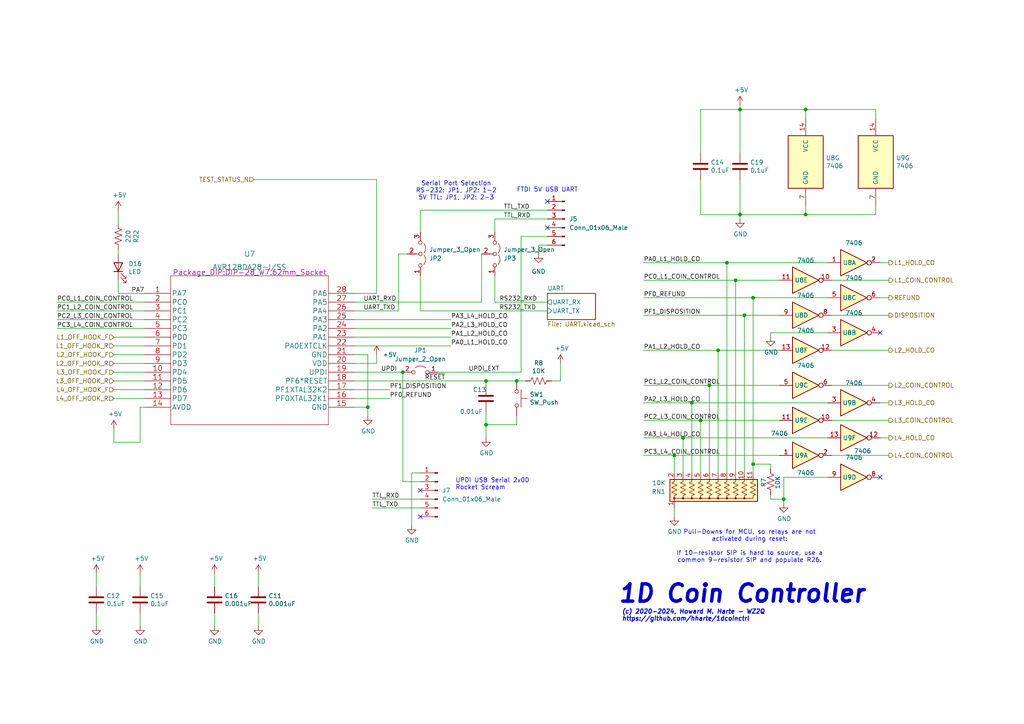
<source format=kicad_sch>
(kicad_sch (version 20231120) (generator "eeschema") (generator_version "8.0")
  (paper "A4")
  (title_block (title "1D Coin Controller - Microcontroller") (date "2024-03-10") (rev "4"))
  (lib_symbols
    (symbol "74xx:74LS06" (pin_names (offset 1.016))
      (property "Reference" "U" (at 0 1.27 0))
      (property "Value" "74LS06" (at 0 -1.27 0))
      (symbol "74LS06_1_0"
        (polyline (pts (xy -3.81 3.81) (xy -3.81 -3.81) (xy 3.81 0) (xy -3.81 3.81)) (stroke (width 0.254)) (fill (type background)))
        (pin input line (at -7.62 0 0) (length 3.81) (name "~") (number "1"))
        (pin open_collector inverted (at 7.62 0 180) (length 3.81) (name "~") (number "2"))
      )
      (symbol "74LS06_2_0"
        (polyline (pts (xy -3.81 3.81) (xy -3.81 -3.81) (xy 3.81 0) (xy -3.81 3.81)) (stroke (width 0.254)) (fill (type background)))
        (pin input line (at -7.62 0 0) (length 3.81) (name "~") (number "3"))
        (pin open_collector inverted (at 7.62 0 180) (length 3.81) (name "~") (number "4"))
      )
      (symbol "74LS06_3_0"
        (polyline (pts (xy -3.81 3.81) (xy -3.81 -3.81) (xy 3.81 0) (xy -3.81 3.81)) (stroke (width 0.254)) (fill (type background)))
        (pin input line (at -7.62 0 0) (length 3.81) (name "~") (number "5"))
        (pin open_collector inverted (at 7.62 0 180) (length 3.81) (name "~") (number "6"))
      )
      (symbol "74LS06_4_0"
        (polyline (pts (xy -3.81 3.81) (xy -3.81 -3.81) (xy 3.81 0) (xy -3.81 3.81)) (stroke (width 0.254)) (fill (type background)))
        (pin open_collector inverted (at 7.62 0 180) (length 3.81) (name "~") (number "8"))
        (pin input line (at -7.62 0 0) (length 3.81) (name "~") (number "9"))
      )
      (symbol "74LS06_5_0"
        (polyline (pts (xy -3.81 3.81) (xy -3.81 -3.81) (xy 3.81 0) (xy -3.81 3.81)) (stroke (width 0.254)) (fill (type background)))
        (pin open_collector inverted (at 7.62 0 180) (length 3.81) (name "~") (number "10"))
        (pin input line (at -7.62 0 0) (length 3.81) (name "~") (number "11"))
      )
      (symbol "74LS06_6_0"
        (polyline (pts (xy -3.81 3.81) (xy -3.81 -3.81) (xy 3.81 0) (xy -3.81 3.81)) (stroke (width 0.254)) (fill (type background)))
        (pin open_collector inverted (at 7.62 0 180) (length 3.81) (name "~") (number "12"))
        (pin input line (at -7.62 0 0) (length 3.81) (name "~") (number "13"))
      )
      (symbol "74LS06_7_0"
        (pin power_in line (at 0 12.7 270) (length 5.08) (name "VCC") (number "14"))
        (pin power_in line (at 0 -12.7 90) (length 5.08) (name "GND") (number "7"))
      )
      (symbol "74LS06_7_1"
        (rectangle (start -5.08 7.62) (end 5.08 -7.62) (stroke (width 0.254)) (fill (type background)))
      )
    )
    (symbol "74xx:74LS06N" (pin_names (offset 1.016))
      (property "Reference" "U" (at 0 1.27 0))
      (property "Value" "74LS06N" (at 0 -1.27 0))
      (symbol "74LS06N_1_0"
        (polyline (pts (xy -3.81 3.81) (xy -3.81 -3.81) (xy 3.81 0) (xy -3.81 3.81)) (stroke (width 0.254)) (fill (type background)))
        (pin input line (at -7.62 0 0) (length 3.81) (name "~") (number "1"))
        (pin open_collector inverted (at 7.62 0 180) (length 3.81) (name "~") (number "2"))
      )
      (symbol "74LS06N_2_0"
        (polyline (pts (xy -3.81 3.81) (xy -3.81 -3.81) (xy 3.81 0) (xy -3.81 3.81)) (stroke (width 0.254)) (fill (type background)))
        (pin input line (at -7.62 0 0) (length 3.81) (name "~") (number "3"))
        (pin open_collector inverted (at 7.62 0 180) (length 3.81) (name "~") (number "4"))
      )
      (symbol "74LS06N_3_0"
        (polyline (pts (xy -3.81 3.81) (xy -3.81 -3.81) (xy 3.81 0) (xy -3.81 3.81)) (stroke (width 0.254)) (fill (type background)))
        (pin input line (at -7.62 0 0) (length 3.81) (name "~") (number "5"))
        (pin open_collector inverted (at 7.62 0 180) (length 3.81) (name "~") (number "6"))
      )
      (symbol "74LS06N_4_0"
        (polyline (pts (xy -3.81 3.81) (xy -3.81 -3.81) (xy 3.81 0) (xy -3.81 3.81)) (stroke (width 0.254)) (fill (type background)))
        (pin open_collector inverted (at 7.62 0 180) (length 3.81) (name "~") (number "8"))
        (pin input line (at -7.62 0 0) (length 3.81) (name "~") (number "9"))
      )
      (symbol "74LS06N_5_0"
        (polyline (pts (xy -3.81 3.81) (xy -3.81 -3.81) (xy 3.81 0) (xy -3.81 3.81)) (stroke (width 0.254)) (fill (type background)))
        (pin open_collector inverted (at 7.62 0 180) (length 3.81) (name "~") (number "10"))
        (pin input line (at -7.62 0 0) (length 3.81) (name "~") (number "11"))
      )
      (symbol "74LS06N_6_0"
        (polyline (pts (xy -3.81 3.81) (xy -3.81 -3.81) (xy 3.81 0) (xy -3.81 3.81)) (stroke (width 0.254)) (fill (type background)))
        (pin open_collector inverted (at 7.62 0 180) (length 3.81) (name "~") (number "12"))
        (pin input line (at -7.62 0 0) (length 3.81) (name "~") (number "13"))
      )
      (symbol "74LS06N_7_0"
        (pin power_in line (at 0 12.7 270) (length 5.08) (name "VCC") (number "14"))
        (pin power_in line (at 0 -12.7 90) (length 5.08) (name "GND") (number "7"))
      )
      (symbol "74LS06N_7_1"
        (rectangle (start -5.08 7.62) (end 5.08 -7.62) (stroke (width 0.254)) (fill (type background)))
      )
    )
    (symbol "AVR128DA28:AVR128DA28-I{brace}slash}SS" (pin_names (offset 0.254))
      (property "Reference" "U" (at 30.48 10.16 0))
      (property "Value" "AVR128DA28-I{brace}slash}SS" (at 30.48 7.62 0))
      (symbol "AVR128DA28-I{brace}slash}SS_1_1"
        (polyline (pts (xy 7.62 -38.1) (xy 53.34 -38.1)) (stroke (width 0.127)))
        (polyline (pts (xy 7.62 5.08) (xy 7.62 -38.1)) (stroke (width 0.127)))
        (polyline (pts (xy 53.34 -38.1) (xy 53.34 5.08)) (stroke (width 0.127)))
        (polyline (pts (xy 53.34 5.08) (xy 7.62 5.08)) (stroke (width 0.127)))
        (pin bidirectional line (at 0 0 0) (length 7.62) (name "PA7") (number "1"))
        (pin bidirectional line (at 0 -22.86 0) (length 7.62) (name "PD4") (number "10"))
        (pin bidirectional line (at 0 -25.4 0) (length 7.62) (name "PD5") (number "11"))
        (pin bidirectional line (at 0 -27.94 0) (length 7.62) (name "PD6") (number "12"))
        (pin bidirectional line (at 0 -30.48 0) (length 7.62) (name "PD7") (number "13"))
        (pin power_in line (at 0 -33.02 0) (length 7.62) (name "AVDD") (number "14"))
        (pin power_in line (at 60.96 -33.02 180) (length 7.62) (name "GND") (number "15"))
        (pin bidirectional line (at 60.96 -30.48 180) (length 7.62) (name "PF0XTAL32K1") (number "16"))
        (pin bidirectional line (at 60.96 -27.94 180) (length 7.62) (name "PF1XTAL32K2") (number "17"))
        (pin bidirectional line (at 60.96 -25.4 180) (length 7.62) (name "PF6*RESET") (number "18"))
        (pin bidirectional line (at 60.96 -22.86 180) (length 7.62) (name "UPDI") (number "19"))
        (pin bidirectional line (at 0 -2.54 0) (length 7.62) (name "PC0") (number "2"))
        (pin power_in line (at 60.96 -20.32 180) (length 7.62) (name "VDD") (number "20"))
        (pin power_in line (at 60.96 -17.78 180) (length 7.62) (name "GND") (number "21"))
        (pin bidirectional line (at 60.96 -15.24 180) (length 7.62) (name "PA0EXTCLK") (number "22"))
        (pin bidirectional line (at 60.96 -12.7 180) (length 7.62) (name "PA1") (number "23"))
        (pin bidirectional line (at 60.96 -10.16 180) (length 7.62) (name "PA2") (number "24"))
        (pin bidirectional line (at 60.96 -7.62 180) (length 7.62) (name "PA3") (number "25"))
        (pin bidirectional line (at 60.96 -5.08 180) (length 7.62) (name "PA4") (number "26"))
        (pin bidirectional line (at 60.96 -2.54 180) (length 7.62) (name "PA5") (number "27"))
        (pin bidirectional line (at 60.96 0 180) (length 7.62) (name "PA6") (number "28"))
        (pin bidirectional line (at 0 -5.08 0) (length 7.62) (name "PC1") (number "3"))
        (pin bidirectional line (at 0 -7.62 0) (length 7.62) (name "PC2") (number "4"))
        (pin bidirectional line (at 0 -10.16 0) (length 7.62) (name "PC3") (number "5"))
        (pin bidirectional line (at 0 -12.7 0) (length 7.62) (name "PD0") (number "6"))
        (pin bidirectional line (at 0 -15.24 0) (length 7.62) (name "PD1") (number "7"))
        (pin bidirectional line (at 0 -17.78 0) (length 7.62) (name "PD2") (number "8"))
        (pin bidirectional line (at 0 -20.32 0) (length 7.62) (name "PD3") (number "9"))
      )
    )
    (symbol "Connector:Conn_01x06_Male" (pin_names (offset 1.016) hide)
      (property "Reference" "J" (at 0 7.62 0))
      (property "Value" "Conn_01x06_Male" (at 0 -10.16 0))
      (symbol "Conn_01x06_Male_1_1"
        (polyline (pts (xy 1.27 -7.62) (xy 0.8636 -7.62)) (stroke (width 0.1524)))
        (polyline (pts (xy 1.27 -5.08) (xy 0.8636 -5.08)) (stroke (width 0.1524)))
        (polyline (pts (xy 1.27 -2.54) (xy 0.8636 -2.54)) (stroke (width 0.1524)))
        (polyline (pts (xy 1.27 0) (xy 0.8636 0)) (stroke (width 0.1524)))
        (polyline (pts (xy 1.27 2.54) (xy 0.8636 2.54)) (stroke (width 0.1524)))
        (polyline (pts (xy 1.27 5.08) (xy 0.8636 5.08)) (stroke (width 0.1524)))
        (rectangle (start 0.8636 -7.493) (end 0 -7.747) (stroke (width 0.1524)) (fill (type outline)))
        (rectangle (start 0.8636 -4.953) (end 0 -5.207) (stroke (width 0.1524)) (fill (type outline)))
        (rectangle (start 0.8636 -2.413) (end 0 -2.667) (stroke (width 0.1524)) (fill (type outline)))
        (rectangle (start 0.8636 0.127) (end 0 -0.127) (stroke (width 0.1524)) (fill (type outline)))
        (rectangle (start 0.8636 2.667) (end 0 2.413) (stroke (width 0.1524)) (fill (type outline)))
        (rectangle (start 0.8636 5.207) (end 0 4.953) (stroke (width 0.1524)) (fill (type outline)))
        (pin passive line (at 5.08 5.08 180) (length 3.81) (name "Pin_1") (number "1"))
        (pin passive line (at 5.08 2.54 180) (length 3.81) (name "Pin_2") (number "2"))
        (pin passive line (at 5.08 0 180) (length 3.81) (name "Pin_3") (number "3"))
        (pin passive line (at 5.08 -2.54 180) (length 3.81) (name "Pin_4") (number "4"))
        (pin passive line (at 5.08 -5.08 180) (length 3.81) (name "Pin_5") (number "5"))
        (pin passive line (at 5.08 -7.62 180) (length 3.81) (name "Pin_6") (number "6"))
      )
    )
    (symbol "Device:C" (pin_numbers hide) (pin_names (offset 0.254))
      (property "Reference" "C" (at 0.635 2.54 0))
      (property "Value" "C" (at 0.635 -2.54 0))
      (symbol "C_0_1"
        (polyline (pts (xy -2.032 -0.762) (xy 2.032 -0.762)) (stroke (width 0.508)))
        (polyline (pts (xy -2.032 0.762) (xy 2.032 0.762)) (stroke (width 0.508)))
      )
      (symbol "C_1_1"
        (pin passive line (at 0 3.81 270) (length 2.794) (name "~") (number "1"))
        (pin passive line (at 0 -3.81 90) (length 2.794) (name "~") (number "2"))
      )
    )
    (symbol "Device:LED" (pin_numbers hide) (pin_names (offset 1.016) hide)
      (property "Reference" "D" (at 0 2.54 0))
      (property "Value" "LED" (at 0 -2.54 0))
      (symbol "LED_0_1"
        (polyline (pts (xy -1.27 -1.27) (xy -1.27 1.27)) (stroke (width 0.254)))
        (polyline (pts (xy -1.27 0) (xy 1.27 0)))
        (polyline (pts (xy 1.27 -1.27) (xy 1.27 1.27) (xy -1.27 0) (xy 1.27 -1.27)) (stroke (width 0.254)))
        (polyline (pts (xy -3.048 -0.762) (xy -4.572 -2.286) (xy -3.81 -2.286) (xy -4.572 -2.286) (xy -4.572 -1.524)))
        (polyline (pts (xy -1.778 -0.762) (xy -3.302 -2.286) (xy -2.54 -2.286) (xy -3.302 -2.286) (xy -3.302 -1.524)))
      )
      (symbol "LED_1_1"
        (pin passive line (at -3.81 0 0) (length 2.54) (name "K") (number "1"))
        (pin passive line (at 3.81 0 180) (length 2.54) (name "A") (number "2"))
      )
    )
    (symbol "Device:R_Network10_US" (pin_names (offset 0) hide)
      (property "Reference" "RN" (at -15.24 0 90))
      (property "Value" "R_Network10_US" (at 12.7 0 90))
      (symbol "R_Network10_US_0_1"
        (rectangle (start -13.97 -3.175) (end 11.43 3.175) (stroke (width 0.254)) (fill (type background)))
        (circle (center -12.7 2.286) (radius 0.254) (fill (type outline)))
        (circle (center -10.16 2.286) (radius 0.254) (fill (type outline)))
        (circle (center -7.62 2.286) (radius 0.254) (fill (type outline)))
        (circle (center -5.08 2.286) (radius 0.254) (fill (type outline)))
        (circle (center -2.54 2.286) (radius 0.254) (fill (type outline)))
        (polyline (pts (xy -12.7 2.286) (xy 10.16 2.286)))
        (polyline (pts (xy -12.7 2.286) (xy -12.7 1.524) (xy -11.938 1.1684) (xy -13.462 0.508) (xy -11.938 -0.1524) (xy -13.462 -0.8382) (xy -11.938 -1.524) (xy -13.462 -2.1844) (xy -12.7 -2.54) (xy -12.7 -3.81)))
        (polyline (pts (xy -10.16 2.286) (xy -10.16 1.524) (xy -9.398 1.1684) (xy -10.922 0.508) (xy -9.398 -0.1524) (xy -10.922 -0.8382) (xy -9.398 -1.524) (xy -10.922 -2.1844) (xy -10.16 -2.54) (xy -10.16 -3.81)))
        (polyline (pts (xy -7.62 2.286) (xy -7.62 1.524) (xy -6.858 1.1684) (xy -8.382 0.508) (xy -6.858 -0.1524) (xy -8.382 -0.8382) (xy -6.858 -1.524) (xy -8.382 -2.1844) (xy -7.62 -2.54) (xy -7.62 -3.81)))
        (polyline (pts (xy -5.08 2.286) (xy -5.08 1.524) (xy -4.318 1.1684) (xy -5.842 0.508) (xy -4.318 -0.1524) (xy -5.842 -0.8382) (xy -4.318 -1.524) (xy -5.842 -2.1844) (xy -5.08 -2.54) (xy -5.08 -3.81)))
        (polyline (pts (xy -2.54 2.286) (xy -2.54 1.524) (xy -1.778 1.1684) (xy -3.302 0.508) (xy -1.778 -0.1524) (xy -3.302 -0.8382) (xy -1.778 -1.524) (xy -3.302 -2.1844) (xy -2.54 -2.54) (xy -2.54 -3.81)))
        (polyline (pts (xy 0 2.286) (xy 0 1.524) (xy 0.762 1.1684) (xy -0.762 0.508) (xy 0.762 -0.1524) (xy -0.762 -0.8382) (xy 0.762 -1.524) (xy -0.762 -2.1844) (xy 0 -2.54) (xy 0 -3.81)))
        (polyline (pts (xy 2.54 2.286) (xy 2.54 1.524) (xy 3.302 1.1684) (xy 1.778 0.508) (xy 3.302 -0.1524) (xy 1.778 -0.8382) (xy 3.302 -1.524) (xy 1.778 -2.1844) (xy 2.54 -2.54) (xy 2.54 -3.81)))
        (polyline (pts (xy 5.08 2.286) (xy 5.08 1.524) (xy 5.842 1.1684) (xy 4.318 0.508) (xy 5.842 -0.1524) (xy 4.318 -0.8382) (xy 5.842 -1.524) (xy 4.318 -2.1844) (xy 5.08 -2.54) (xy 5.08 -3.81)))
        (polyline (pts (xy 7.62 2.286) (xy 7.62 1.524) (xy 8.382 1.1684) (xy 6.858 0.508) (xy 8.382 -0.1524) (xy 6.858 -0.8382) (xy 8.382 -1.524) (xy 6.858 -2.1844) (xy 7.62 -2.54) (xy 7.62 -3.81)))
        (polyline (pts (xy 10.16 2.286) (xy 10.16 1.524) (xy 10.922 1.1684) (xy 9.398 0.508) (xy 10.922 -0.1524) (xy 9.398 -0.8382) (xy 10.922 -1.524) (xy 9.398 -2.1844) (xy 10.16 -2.54) (xy 10.16 -3.81)))
        (circle (center 0 2.286) (radius 0.254) (fill (type outline)))
        (circle (center 2.54 2.286) (radius 0.254) (fill (type outline)))
        (circle (center 5.08 2.286) (radius 0.254) (fill (type outline)))
        (circle (center 7.62 2.286) (radius 0.254) (fill (type outline)))
      )
      (symbol "R_Network10_US_1_1"
        (pin passive line (at -12.7 5.08 270) (length 2.54) (name "common") (number "1"))
        (pin passive line (at 7.62 -5.08 90) (length 1.27) (name "R9") (number "10"))
        (pin passive line (at 10.16 -5.08 90) (length 1.27) (name "R10") (number "11"))
        (pin passive line (at -12.7 -5.08 90) (length 1.27) (name "R1") (number "2"))
        (pin passive line (at -10.16 -5.08 90) (length 1.27) (name "R2") (number "3"))
        (pin passive line (at -7.62 -5.08 90) (length 1.27) (name "R3") (number "4"))
        (pin passive line (at -5.08 -5.08 90) (length 1.27) (name "R4") (number "5"))
        (pin passive line (at -2.54 -5.08 90) (length 1.27) (name "R5") (number "6"))
        (pin passive line (at 0 -5.08 90) (length 1.27) (name "R6") (number "7"))
        (pin passive line (at 2.54 -5.08 90) (length 1.27) (name "R7") (number "8"))
        (pin passive line (at 5.08 -5.08 90) (length 1.27) (name "R8") (number "9"))
      )
    )
    (symbol "Device:R_US" (pin_numbers hide) (pin_names (offset 0))
      (property "Reference" "R" (at 2.54 0 90))
      (property "Value" "R_US" (at -2.54 0 90))
      (symbol "R_US_0_1"
        (polyline (pts (xy 0 -2.286) (xy 0 -2.54)))
        (polyline (pts (xy 0 2.286) (xy 0 2.54)))
        (polyline (pts (xy 0 -0.762) (xy 1.016 -1.143) (xy 0 -1.524) (xy -1.016 -1.905) (xy 0 -2.286)))
        (polyline (pts (xy 0 0.762) (xy 1.016 0.381) (xy 0 0) (xy -1.016 -0.381) (xy 0 -0.762)))
        (polyline (pts (xy 0 2.286) (xy 1.016 1.905) (xy 0 1.524) (xy -1.016 1.143) (xy 0 0.762)))
      )
      (symbol "R_US_1_1"
        (pin passive line (at 0 3.81 270) (length 1.27) (name "~") (number "1"))
        (pin passive line (at 0 -3.81 90) (length 1.27) (name "~") (number "2"))
      )
    )
    (symbol "Jumper:Jumper_2_Open" (pin_names (offset 0) hide)
      (property "Reference" "JP" (at 0 2.794 0))
      (property "Value" "Jumper_2_Open" (at 0 -2.286 0))
      (symbol "Jumper_2_Open_0_0"
        (circle (center -2.032 0) (radius 0.508))
        (circle (center 2.032 0) (radius 0.508))
      )
      (symbol "Jumper_2_Open_0_1"
        (arc (start 1.524 1.27) (mid 0 1.778) (end -1.524 1.27))
      )
      (symbol "Jumper_2_Open_1_1"
        (pin passive line (at -5.08 0 0) (length 2.54) (name "A") (number "1"))
        (pin passive line (at 5.08 0 180) (length 2.54) (name "B") (number "2"))
      )
    )
    (symbol "Jumper:Jumper_3_Open" (pin_names (offset 0) hide)
      (property "Reference" "JP" (at -2.54 -2.54 0))
      (property "Value" "Jumper_3_Open" (at 0 2.794 0))
      (symbol "Jumper_3_Open_0_0"
        (circle (center -3.302 0) (radius 0.508))
        (circle (center 0 0) (radius 0.508))
        (circle (center 3.302 0) (radius 0.508))
      )
      (symbol "Jumper_3_Open_0_1"
        (arc (start -0.254 1.016) (mid -1.651 1.4992) (end -3.048 1.016))
        (polyline (pts (xy 0 -0.508) (xy 0 -1.27)))
        (arc (start 3.048 1.016) (mid 1.651 1.4992) (end 0.254 1.016))
      )
      (symbol "Jumper_3_Open_1_1"
        (pin passive line (at -6.35 0 0) (length 2.54) (name "A") (number "1"))
        (pin passive line (at 0 -3.81 90) (length 2.54) (name "C") (number "2"))
        (pin passive line (at 6.35 0 180) (length 2.54) (name "B") (number "3"))
      )
    )
    (symbol "Switch:SW_Push" (pin_numbers hide) (pin_names (offset 1.016) hide)
      (property "Reference" "SW" (at 1.27 2.54 0))
      (property "Value" "SW_Push" (at 0 -1.524 0))
      (symbol "SW_Push_0_1"
        (circle (center -2.032 0) (radius 0.508))
        (polyline (pts (xy 0 1.27) (xy 0 3.048)))
        (polyline (pts (xy 2.54 1.27) (xy -2.54 1.27)))
        (circle (center 2.032 0) (radius 0.508))
        (pin passive line (at -5.08 0 0) (length 2.54) (name "1") (number "1"))
        (pin passive line (at 5.08 0 180) (length 2.54) (name "2") (number "2"))
      )
    )
    (symbol "power:+5V" (power) (pin_names (offset 0))
      (property "Value" "+5V" (at 0 3.556 0))
      (symbol "+5V_0_1"
        (polyline (pts (xy -0.762 1.27) (xy 0 2.54)))
        (polyline (pts (xy 0 0) (xy 0 2.54)))
        (polyline (pts (xy 0 2.54) (xy 0.762 1.27)))
      )
      (symbol "+5V_1_1"
        (pin power_in line (at 0 0 90) (length 0) hide (name "+5V") (number "1"))
      )
    )
    (symbol "power:GND" (power) (pin_names (offset 0))
      (property "Value" "GND" (at 0 -3.81 0))
      (symbol "GND_0_1"
        (polyline (pts (xy 0 0) (xy 0 -1.27) (xy 1.27 -1.27) (xy 0 -2.54) (xy -1.27 -1.27) (xy 0 -1.27)))
      )
      (symbol "GND_1_1"
        (pin power_in line (at 0 0 270) (length 0) hide (name "GND") (number "1"))
      )
    )
  )
  (junction (at 218.44 86.36))
  (junction (at 149.86 110.49))
  (junction (at 215.9 91.44))
  (junction (at 140.97 123.19))
  (junction (at 218.44 134.62))
  (junction (at 140.97 110.49))
  (junction (at 198.12 127))
  (junction (at 116.84 107.95))
  (junction (at 208.28 101.6))
  (junction (at 213.36 81.28))
  (junction (at 106.68 118.11))
  (junction (at 205.74 111.76))
  (junction (at 233.68 62.23))
  (junction (at 203.2 121.92))
  (junction (at 227.33 144.78))
  (junction (at 233.68 31.75))
  (junction (at 214.63 31.75))
  (junction (at 214.63 62.23))
  (junction (at 195.58 132.08))
  (junction (at 200.66 116.84))
  (junction (at 210.82 76.2))
  (no_connect (at 121.92 142.24))
  (no_connect (at 158.75 58.42))
  (no_connect (at 158.75 66.04))
  (no_connect (at 255.27 96.52))
  (no_connect (at 255.27 138.43))
  (no_connect (at 121.92 149.86))
  (wire (pts (xy 213.36 81.28) (xy 226.06 81.28)))
  (wire (pts (xy 34.29 73.66) (xy 34.29 72.39)))
  (wire (pts (xy 213.36 81.28) (xy 213.36 137.16)))
  (wire (pts (xy 223.52 97.79) (xy 223.52 96.52)))
  (wire (pts (xy 149.86 123.19) (xy 149.86 120.65)))
  (wire (pts (xy 203.2 31.75) (xy 203.2 44.45)))
  (wire (pts (xy 62.23 177.8) (xy 62.23 181.61)))
  (wire (pts (xy 40.64 177.8) (xy 40.64 181.61)))
  (wire (pts (xy 214.63 52.07) (xy 214.63 62.23)))
  (wire (pts (xy 139.7 73.66) (xy 139.7 87.63)))
  (wire (pts (xy 102.87 97.79) (xy 130.81 97.79)))
  (wire (pts (xy 143.51 67.31) (xy 143.51 63.5)))
  (wire (pts (xy 186.69 81.28) (xy 213.36 81.28)))
  (wire (pts (xy 109.22 105.41) (xy 109.22 102.87)))
  (wire (pts (xy 33.02 115.57) (xy 41.91 115.57)))
  (wire (pts (xy 143.51 63.5) (xy 158.75 63.5)))
  (wire (pts (xy 34.29 85.09) (xy 34.29 81.28)))
  (wire (pts (xy 162.56 110.49) (xy 160.02 110.49)))
  (wire (pts (xy 233.68 62.23) (xy 214.63 62.23)))
  (wire (pts (xy 241.3 81.28) (xy 257.81 81.28)))
  (wire (pts (xy 203.2 31.75) (xy 214.63 31.75)))
  (wire (pts (xy 41.91 118.11) (xy 40.64 118.11)))
  (wire (pts (xy 215.9 91.44) (xy 226.06 91.44)))
  (wire (pts (xy 158.75 87.63) (xy 143.51 87.63)))
  (wire (pts (xy 254 62.23) (xy 233.68 62.23)))
  (wire (pts (xy 33.02 100.33) (xy 41.91 100.33)))
  (wire (pts (xy 102.87 92.71) (xy 130.81 92.71)))
  (wire (pts (xy 113.03 115.57) (xy 102.87 115.57)))
  (wire (pts (xy 254 31.75) (xy 254 34.29)))
  (wire (pts (xy 210.82 76.2) (xy 240.03 76.2)))
  (wire (pts (xy 186.69 127) (xy 198.12 127)))
  (wire (pts (xy 116.84 107.95) (xy 116.84 139.7)))
  (wire (pts (xy 115.57 73.66) (xy 118.11 73.66)))
  (wire (pts (xy 102.87 110.49) (xy 140.97 110.49)))
  (wire (pts (xy 140.97 123.19) (xy 140.97 127)))
  (wire (pts (xy 203.2 52.07) (xy 203.2 62.23)))
  (wire (pts (xy 186.69 116.84) (xy 200.66 116.84)))
  (wire (pts (xy 255.27 116.84) (xy 257.81 116.84)))
  (wire (pts (xy 33.02 113.03) (xy 41.91 113.03)))
  (wire (pts (xy 195.58 132.08) (xy 226.06 132.08)))
  (wire (pts (xy 27.94 170.18) (xy 27.94 166.37)))
  (wire (pts (xy 119.38 137.16) (xy 119.38 152.4)))
  (wire (pts (xy 121.92 137.16) (xy 119.38 137.16)))
  (wire (pts (xy 227.33 146.05) (xy 227.33 144.78)))
  (wire (pts (xy 102.87 90.17) (xy 115.57 90.17)))
  (wire (pts (xy 240.03 96.52) (xy 223.52 96.52)))
  (wire (pts (xy 186.69 111.76) (xy 205.74 111.76)))
  (wire (pts (xy 106.68 102.87) (xy 106.68 118.11)))
  (wire (pts (xy 156.21 71.12) (xy 158.75 71.12)))
  (wire (pts (xy 121.92 67.31) (xy 121.92 60.96)))
  (wire (pts (xy 162.56 105.41) (xy 162.56 110.49)))
  (wire (pts (xy 41.91 85.09) (xy 34.29 85.09)))
  (wire (pts (xy 186.69 121.92) (xy 203.2 121.92)))
  (wire (pts (xy 102.87 87.63) (xy 139.7 87.63)))
  (wire (pts (xy 241.3 101.6) (xy 257.81 101.6)))
  (wire (pts (xy 254 59.69) (xy 254 62.23)))
  (wire (pts (xy 140.97 123.19) (xy 149.86 123.19)))
  (wire (pts (xy 186.69 91.44) (xy 215.9 91.44)))
  (wire (pts (xy 40.64 170.18) (xy 40.64 166.37)))
  (wire (pts (xy 16.51 87.63) (xy 41.91 87.63)))
  (wire (pts (xy 62.23 170.18) (xy 62.23 166.37)))
  (wire (pts (xy 33.02 110.49) (xy 41.91 110.49)))
  (wire (pts (xy 186.69 132.08) (xy 195.58 132.08)))
  (wire (pts (xy 223.52 134.62) (xy 218.44 134.62)))
  (wire (pts (xy 241.3 121.92) (xy 257.81 121.92)))
  (wire (pts (xy 121.92 139.7) (xy 116.84 139.7)))
  (wire (pts (xy 74.93 177.8) (xy 74.93 181.61)))
  (wire (pts (xy 203.2 121.92) (xy 203.2 137.16)))
  (wire (pts (xy 102.87 85.09) (xy 109.22 85.09)))
  (wire (pts (xy 106.68 118.11) (xy 106.68 120.65)))
  (wire (pts (xy 121.92 60.96) (xy 158.75 60.96)))
  (wire (pts (xy 208.28 101.6) (xy 226.06 101.6)))
  (wire (pts (xy 227.33 144.78) (xy 227.33 138.43)))
  (wire (pts (xy 255.27 86.36) (xy 257.81 86.36)))
  (wire (pts (xy 158.75 90.17) (xy 121.92 90.17)))
  (wire (pts (xy 200.66 116.84) (xy 200.66 137.16)))
  (wire (pts (xy 210.82 76.2) (xy 210.82 137.16)))
  (wire (pts (xy 203.2 62.23) (xy 214.63 62.23)))
  (wire (pts (xy 34.29 64.77) (xy 34.29 60.96)))
  (wire (pts (xy 195.58 132.08) (xy 195.58 137.16)))
  (wire (pts (xy 40.64 118.11) (xy 40.64 128.27)))
  (wire (pts (xy 115.57 90.17) (xy 115.57 73.66)))
  (wire (pts (xy 233.68 34.29) (xy 233.68 31.75)))
  (wire (pts (xy 223.52 143.51) (xy 223.52 144.78)))
  (wire (pts (xy 198.12 127) (xy 240.03 127)))
  (wire (pts (xy 102.87 95.25) (xy 130.81 95.25)))
  (wire (pts (xy 255.27 76.2) (xy 257.81 76.2)))
  (wire (pts (xy 223.52 144.78) (xy 227.33 144.78)))
  (wire (pts (xy 109.22 52.07) (xy 109.22 85.09)))
  (wire (pts (xy 102.87 118.11) (xy 106.68 118.11)))
  (wire (pts (xy 241.3 91.44) (xy 257.81 91.44)))
  (wire (pts (xy 33.02 102.87) (xy 41.91 102.87)))
  (wire (pts (xy 152.4 110.49) (xy 149.86 110.49)))
  (wire (pts (xy 33.02 105.41) (xy 41.91 105.41)))
  (wire (pts (xy 121.92 90.17) (xy 121.92 80.01)))
  (wire (pts (xy 127 107.95) (xy 151.13 107.95)))
  (wire (pts (xy 205.74 111.76) (xy 226.06 111.76)))
  (wire (pts (xy 186.69 76.2) (xy 210.82 76.2)))
  (wire (pts (xy 16.51 90.17) (xy 41.91 90.17)))
  (wire (pts (xy 186.69 101.6) (xy 208.28 101.6)))
  (wire (pts (xy 74.93 170.18) (xy 74.93 166.37)))
  (wire (pts (xy 102.87 100.33) (xy 130.81 100.33)))
  (wire (pts (xy 151.13 107.95) (xy 151.13 68.58)))
  (wire (pts (xy 240.03 138.43) (xy 227.33 138.43)))
  (wire (pts (xy 107.95 147.32) (xy 121.92 147.32)))
  (wire (pts (xy 33.02 124.46) (xy 33.02 128.27)))
  (wire (pts (xy 233.68 31.75) (xy 254 31.75)))
  (wire (pts (xy 113.03 113.03) (xy 102.87 113.03)))
  (wire (pts (xy 140.97 110.49) (xy 140.97 111.76)))
  (wire (pts (xy 156.21 73.66) (xy 156.21 71.12)))
  (wire (pts (xy 214.63 30.48) (xy 214.63 31.75)))
  (wire (pts (xy 214.63 31.75) (xy 214.63 44.45)))
  (wire (pts (xy 195.58 147.32) (xy 195.58 149.86)))
  (wire (pts (xy 241.3 111.76) (xy 257.81 111.76)))
  (wire (pts (xy 33.02 97.79) (xy 41.91 97.79)))
  (wire (pts (xy 151.13 68.58) (xy 158.75 68.58)))
  (wire (pts (xy 140.97 119.38) (xy 140.97 123.19)))
  (wire (pts (xy 218.44 86.36) (xy 218.44 134.62)))
  (wire (pts (xy 205.74 111.76) (xy 205.74 137.16)))
  (wire (pts (xy 241.3 132.08) (xy 257.81 132.08)))
  (wire (pts (xy 198.12 127) (xy 198.12 137.16)))
  (wire (pts (xy 140.97 110.49) (xy 149.86 110.49)))
  (wire (pts (xy 186.69 86.36) (xy 218.44 86.36)))
  (wire (pts (xy 33.02 107.95) (xy 41.91 107.95)))
  (wire (pts (xy 208.28 101.6) (xy 208.28 137.16)))
  (wire (pts (xy 16.51 92.71) (xy 41.91 92.71)))
  (wire (pts (xy 203.2 121.92) (xy 226.06 121.92)))
  (wire (pts (xy 109.22 52.07) (xy 73.66 52.07)))
  (wire (pts (xy 40.64 128.27) (xy 33.02 128.27)))
  (wire (pts (xy 218.44 86.36) (xy 240.03 86.36)))
  (wire (pts (xy 223.52 135.89) (xy 223.52 134.62)))
  (wire (pts (xy 218.44 134.62) (xy 218.44 137.16)))
  (wire (pts (xy 143.51 87.63) (xy 143.51 80.01)))
  (wire (pts (xy 27.94 177.8) (xy 27.94 181.61)))
  (wire (pts (xy 102.87 105.41) (xy 109.22 105.41)))
  (wire (pts (xy 16.51 95.25) (xy 41.91 95.25)))
  (wire (pts (xy 102.87 102.87) (xy 106.68 102.87)))
  (wire (pts (xy 233.68 31.75) (xy 214.63 31.75)))
  (wire (pts (xy 102.87 107.95) (xy 116.84 107.95)))
  (wire (pts (xy 214.63 62.23) (xy 214.63 63.5)))
  (wire (pts (xy 255.27 127) (xy 257.81 127)))
  (wire (pts (xy 200.66 116.84) (xy 240.03 116.84)))
  (wire (pts (xy 107.95 144.78) (xy 121.92 144.78)))
  (wire (pts (xy 215.9 91.44) (xy 215.9 137.16)))
  (wire (pts (xy 233.68 62.23) (xy 233.68 59.69)))
  (text "UPDI USB Serial 2v00\nRocket Scream" (at 132.08 142.24 0) (effects (font (size 1.27 1.27)) (justify left bottom)))
  (text "Serial Port Selection\nRS-232: JP1, JP2: 1-2\n5V TTL: JP1, JP2: 2-3" (at 132.334 55.372 0) (effects (font (size 1.27 1.27))))
  (text "1D Coin Controller" (at 179.07 175.26 0) (effects (font (size 5.0038 5.0038) (thickness 1.0008) (bold yes) (italic yes)) (justify left bottom)))
  (text "(c) 2020-2024, Howard M. Harte - WZ2Q\nhttps://github.com/hharte/1dcoinctrl" (at 180.34 180.34 0) (effects (font (size 1.27 1.27) (thickness 0.254) (bold yes) (italic yes)) (justify left bottom)))
  (text "FTDI 5V USB UART" (at 149.86 55.88 0) (effects (font (size 1.27 1.27)) (justify left bottom)))
  (text "Pull-Downs for MCU, so relays are not\nactivated during reset:\n\nIf 10-resistor SIP is hard to source, use a\ncommon 9-resistor SIP and populate R26." (at 217.424 158.496 0) (effects (font (size 1.27 1.27))))
  (label "TTL_RXD" (at 107.95 144.78 0))
  (label "UPDI_EXT" (at 135.89 107.95 0))
  (label "PC2_L3_COIN_CONTROL" (at 186.69 121.92 0))
  (label "PC3_L4_COIN_CONTROL" (at 16.51 95.25 0))
  (label "TTL_TXD" (at 107.95 147.32 0))
  (label "UART_TXD" (at 105.41 90.17 0))
  (label "PA2_L3_HOLD_CO" (at 130.81 95.25 0))
  (label "PA1_L2_HOLD_CO" (at 186.69 101.6 0))
  (label "~{RESET}" (at 123.19 110.49 0))
  (label "PF1_DISPOSITION" (at 186.69 91.44 0))
  (label "TTL_RXD" (at 146.05 63.5 0))
  (label "PA3_L4_HOLD_CO" (at 130.81 92.71 0))
  (label "RS232_RXD" (at 144.78 87.63 0))
  (label "PA0_L1_HOLD_CO" (at 186.69 76.2 0))
  (label "UART_RXD" (at 105.41 87.63 0))
  (label "PF0_REFUND" (at 186.69 86.36 0))
  (label "PA2_L3_HOLD_CO" (at 186.69 116.84 0))
  (label "PF0_REFUND" (at 113.03 115.57 0))
  (label "TTL_TXD" (at 146.05 60.96 0))
  (label "PF1_DISPOSITION" (at 113.03 113.03 0))
  (label "PC2_L3_COIN_CONTROL" (at 16.51 92.71 0))
  (label "PC0_L1_COIN_CONTROL" (at 186.69 81.28 0))
  (label "PC3_L4_COIN_CONTROL" (at 186.69 132.08 0))
  (label "PA7" (at 38.1 85.09 0))
  (label "PC1_L2_COIN_CONTROL" (at 16.51 90.17 0))
  (label "PC1_L2_COIN_CONTROL" (at 186.69 111.76 0))
  (label "PC0_L1_COIN_CONTROL" (at 16.51 87.63 0))
  (label "UPDI" (at 110.49 107.95 0))
  (label "PA1_L2_HOLD_CO" (at 130.81 97.79 0))
  (label "PA3_L4_HOLD_CO" (at 186.69 127 0))
  (label "PA0_L1_HOLD_CO" (at 130.81 100.33 0))
  (label "RS232_TXD" (at 144.78 90.17 0))
  (hierarchical_label "L2_OFF_HOOK_R" (shape input) (at 33.02 105.41 180))
  (hierarchical_label "TEST_STATUS_N" (shape input) (at 73.66 52.07 180))
  (hierarchical_label "L3_HOLD_CO" (shape output) (at 257.81 116.84 0))
  (hierarchical_label "L1_HOLD_CO" (shape output) (at 257.81 76.2 0))
  (hierarchical_label "L1_OFF_HOOK_R" (shape input) (at 33.02 100.33 180))
  (hierarchical_label "L1_OFF_HOOK_F" (shape input) (at 33.02 97.79 180))
  (hierarchical_label "L2_COIN_CONTROL" (shape output) (at 257.81 111.76 0))
  (hierarchical_label "L3_OFF_HOOK_F" (shape input) (at 33.02 107.95 180))
  (hierarchical_label "L4_OFF_HOOK_F" (shape input) (at 33.02 113.03 180))
  (hierarchical_label "L4_HOLD_CO" (shape output) (at 257.81 127 0))
  (hierarchical_label "L2_OFF_HOOK_F" (shape input) (at 33.02 102.87 180))
  (hierarchical_label "L4_COIN_CONTROL" (shape output) (at 257.81 132.08 0))
  (hierarchical_label "L4_OFF_HOOK_R" (shape input) (at 33.02 115.57 180))
  (hierarchical_label "L3_COIN_CONTROL" (shape output) (at 257.81 121.92 0))
  (hierarchical_label "L3_OFF_HOOK_R" (shape input) (at 33.02 110.49 180))
  (hierarchical_label "L1_COIN_CONTROL" (shape output) (at 257.81 81.28 0))
  (hierarchical_label "DISPOSITION" (shape output) (at 257.81 91.44 0))
  (hierarchical_label "L2_HOLD_CO" (shape output) (at 257.81 101.6 0))
  (hierarchical_label "REFUND" (shape output) (at 257.81 86.36 0))
  (symbol (lib_id "74xx:74LS06") (at 247.65 76.2 0) (unit 1)
    (property "Reference" "U8" (at 246.38 76.2 0))
    (property "Value" "7406" (at 247.65 70.4596 0))
    (property "Footprint" "Package_DIP:DIP-14_W7.62mm" (effects (hide yes)))
    (property "Datasheet" "http://www.ti.com/lit/gpn/sn74LS06" (effects (hide yes)))
    (property "Digi-Key_PN" "296-1435-5-ND" (effects (hide yes)))
    (property "MPN" "SN7406N" (effects (hide yes)))
  )
  (symbol (lib_id "74xx:74LS06") (at 233.68 81.28 0) (unit 5)
    (property "Reference" "U8" (at 232.41 81.28 0))
    (property "Value" "7406" (at 233.68 75.5396 0))
    (property "Footprint" "Package_DIP:DIP-14_W7.62mm" (effects (hide yes)))
    (property "Datasheet" "http://www.ti.com/lit/gpn/sn74LS06" (effects (hide yes)))
    (property "Digi-Key_PN" "296-1435-5-ND" (effects (hide yes)))
    (property "MPN" "SN7406N" (effects (hide yes)))
  )
  (symbol (lib_id "74xx:74LS06") (at 247.65 86.36 0) (unit 3)
    (property "Reference" "U8" (at 246.38 86.36 0))
    (property "Value" "7406" (at 247.65 80.6196 0))
    (property "Footprint" "Package_DIP:DIP-14_W7.62mm" (effects (hide yes)))
    (property "Datasheet" "http://www.ti.com/lit/gpn/sn74LS06" (effects (hide yes)))
    (property "Digi-Key_PN" "296-1435-5-ND" (effects (hide yes)))
    (property "MPN" "SN7406N" (effects (hide yes)))
  )
  (symbol (lib_id "74xx:74LS06") (at 233.68 91.44 0) (unit 4)
    (property "Reference" "U8" (at 232.41 91.44 0))
    (property "Value" "7406" (at 233.68 85.6996 0))
    (property "Footprint" "Package_DIP:DIP-14_W7.62mm" (effects (hide yes)))
    (property "Datasheet" "http://www.ti.com/lit/gpn/sn74LS06" (effects (hide yes)))
    (property "Digi-Key_PN" "296-1435-5-ND" (effects (hide yes)))
    (property "MPN" "SN7406N" (effects (hide yes)))
  )
  (symbol (lib_id "74xx:74LS06") (at 247.65 96.52 0) (unit 2)
    (property "Reference" "U8" (at 246.38 96.52 0))
    (property "Value" "7406" (at 247.65 90.7796 0))
    (property "Footprint" "Package_DIP:DIP-14_W7.62mm" (effects (hide yes)))
    (property "Datasheet" "http://www.ti.com/lit/gpn/sn74LS06" (effects (hide yes)))
    (property "Digi-Key_PN" "296-1435-5-ND" (effects (hide yes)))
    (property "MPN" "SN7406N" (effects (hide yes)))
  )
  (symbol (lib_id "74xx:74LS06") (at 233.68 101.6 0) (unit 6)
    (property "Reference" "U8" (at 232.41 101.6 0))
    (property "Value" "7406" (at 233.68 95.8596 0))
    (property "Footprint" "Package_DIP:DIP-14_W7.62mm" (effects (hide yes)))
    (property "Datasheet" "http://www.ti.com/lit/gpn/sn74LS06" (effects (hide yes)))
    (property "Digi-Key_PN" "296-1435-5-ND" (effects (hide yes)))
    (property "MPN" "SN7406N" (effects (hide yes)))
  )
  (symbol (lib_id "74xx:74LS06") (at 233.68 111.76 0) (unit 3)
    (property "Reference" "U9" (at 232.41 111.76 0))
    (property "Value" "7406" (at 233.68 106.0196 0))
    (property "Footprint" "Package_DIP:DIP-14_W7.62mm" (effects (hide yes)))
    (property "Datasheet" "http://www.ti.com/lit/gpn/sn74LS06" (effects (hide yes)))
    (property "Digi-Key_PN" "296-1435-5-ND" (effects (hide yes)))
    (property "MPN" "SN7406N" (effects (hide yes)))
  )
  (symbol (lib_id "74xx:74LS06") (at 247.65 116.84 0) (unit 2)
    (property "Reference" "U9" (at 246.38 116.84 0))
    (property "Value" "7406" (at 247.65 111.0996 0))
    (property "Footprint" "Package_DIP:DIP-14_W7.62mm" (effects (hide yes)))
    (property "Datasheet" "http://www.ti.com/lit/gpn/sn74LS06" (effects (hide yes)))
    (property "Digi-Key_PN" "296-1435-5-ND" (effects (hide yes)))
    (property "MPN" "SN7406N" (effects (hide yes)))
  )
  (symbol (lib_id "74xx:74LS06") (at 233.68 121.92 0) (unit 5)
    (property "Reference" "U9" (at 232.41 121.92 0))
    (property "Value" "7406" (at 226.06 125.73 0))
    (property "Footprint" "Package_DIP:DIP-14_W7.62mm" (effects (hide yes)))
    (property "Datasheet" "http://www.ti.com/lit/gpn/sn74LS06" (effects (hide yes)))
    (property "Digi-Key_PN" "296-1435-5-ND" (effects (hide yes)))
    (property "MPN" "SN7406N" (effects (hide yes)))
  )
  (symbol (lib_id "74xx:74LS06") (at 233.68 132.08 0) (unit 1)
    (property "Reference" "U9" (at 232.41 132.08 0))
    (property "Value" "7406" (at 233.68 137.16 0))
    (property "Footprint" "Package_DIP:DIP-14_W7.62mm" (effects (hide yes)))
    (property "Datasheet" "http://www.ti.com/lit/gpn/sn74LS06" (effects (hide yes)))
    (property "Digi-Key_PN" "296-1435-5-ND" (effects (hide yes)))
    (property "MPN" "SN7406N" (effects (hide yes)))
  )
  (symbol (lib_id "power:+5V") (at 27.94 166.37 0) (unit 1)
    (property "Reference" "#PWR014" (effects (hide yes)))
    (property "Value" "+5V" (at 28.321 161.9758 0))
  )
  (symbol (lib_id "74xx:74LS06") (at 247.65 127 0) (unit 6)
    (property "Reference" "U9" (at 246.38 127 0))
    (property "Value" "7406" (at 250.19 130.81 0))
    (property "Footprint" "Package_DIP:DIP-14_W7.62mm" (effects (hide yes)))
    (property "Datasheet" "http://www.ti.com/lit/gpn/sn74LS06" (effects (hide yes)))
    (property "Digi-Key_PN" "296-1435-5-ND" (effects (hide yes)))
    (property "MPN" "SN7406N" (effects (hide yes)))
  )
  (symbol (lib_id "Switch:SW_Push") (at 149.86 115.57 270) (unit 1)
    (property "Reference" "SW1" (at 153.6192 114.4016 90) (effects (justify left)))
    (property "Value" "SW_Push" (at 153.6192 116.713 90) (effects (justify left)))
    (property "Footprint" "Button_Switch_THT:SW_PUSH_6mm" (effects (hide yes)))
    (property "MPN" "1301.9302" (effects (hide yes)))
    (property "Digi-Key_PN" "486-3458-ND" (effects (hide yes)))
  )
  (symbol (lib_id "Device:R_US") (at 156.21 110.49 270) (unit 1)
    (property "Reference" "R8" (at 156.21 105.283 90))
    (property "Value" "10K" (at 156.21 107.5944 90))
    (property "Footprint" "Resistor_THT:R_Axial_DIN0207_L6.3mm_D2.5mm_P7.62mm_Horizontal" (effects (hide yes)))
    (property "MPN" "CFM12JT10K0" (effects (hide yes)))
    (property "Digi-Key_PN" "S10KHCT-ND" (effects (hide yes)))
  )
  (symbol (lib_id "power:+5V") (at 162.56 105.41 0) (unit 1)
    (property "Reference" "#PWR026" (effects (hide yes)))
    (property "Value" "+5V" (at 162.941 101.0158 0))
  )
  (symbol (lib_id "Device:C") (at 27.94 173.99 0) (unit 1)
    (property "Reference" "C12" (at 30.861 172.8216 0) (effects (justify left)))
    (property "Value" "0.1uF" (at 30.861 175.133 0) (effects (justify left)))
    (property "Footprint" "Capacitor_THT:C_Disc_D3.0mm_W2.0mm_P2.50mm" (effects (hide yes)))
    (property "Digi-Key_PN" "56-K104M15X7RF5TL2CT-ND" (effects (hide yes)))
    (property "MPN" "K104M15X7RF5TL2" (effects (hide yes)))
  )
  (symbol (lib_id "power:GND") (at 27.94 181.61 0) (unit 1)
    (property "Reference" "#PWR015" (effects (hide yes)))
    (property "Value" "GND" (at 28.067 186.0042 0))
  )
  (symbol (lib_id "power:+5V") (at 40.64 166.37 0) (unit 1)
    (property "Reference" "#PWR018" (effects (hide yes)))
    (property "Value" "+5V" (at 41.021 161.9758 0))
  )
  (symbol (lib_id "Device:C") (at 40.64 173.99 0) (unit 1)
    (property "Reference" "C15" (at 43.561 172.8216 0) (effects (justify left)))
    (property "Value" "0.1uF" (at 43.561 175.133 0) (effects (justify left)))
    (property "Footprint" "Capacitor_THT:C_Disc_D3.0mm_W2.0mm_P2.50mm" (effects (hide yes)))
    (property "Digi-Key_PN" "56-K104M15X7RF5TL2CT-ND" (effects (hide yes)))
    (property "MPN" "K104M15X7RF5TL2" (effects (hide yes)))
  )
  (symbol (lib_id "power:GND") (at 40.64 181.61 0) (unit 1)
    (property "Reference" "#PWR019" (effects (hide yes)))
    (property "Value" "GND" (at 40.767 186.0042 0))
  )
  (symbol (lib_id "Device:C") (at 203.2 48.26 0) (unit 1)
    (property "Reference" "C14" (at 206.121 47.0916 0) (effects (justify left)))
    (property "Value" "0.1uF" (at 206.121 49.403 0) (effects (justify left)))
    (property "Footprint" "Capacitor_THT:C_Disc_D3.0mm_W2.0mm_P2.50mm" (effects (hide yes)))
    (property "Digi-Key_PN" "56-K104M15X7RF5TL2CT-ND" (effects (hide yes)))
    (property "MPN" "K104M15X7RF5TL2" (effects (hide yes)))
  )
  (symbol (lib_id "power:+5V") (at 214.63 30.48 0) (unit 1)
    (property "Reference" "#PWR0105" (effects (hide yes)))
    (property "Value" "+5V" (at 215.011 26.0858 0))
  )
  (symbol (lib_id "Device:C") (at 214.63 48.26 0) (unit 1)
    (property "Reference" "C19" (at 217.551 47.0916 0) (effects (justify left)))
    (property "Value" "0.1uF" (at 217.551 49.403 0) (effects (justify left)))
    (property "Footprint" "Capacitor_THT:C_Disc_D3.0mm_W2.0mm_P2.50mm" (effects (hide yes)))
    (property "Digi-Key_PN" "56-K104M15X7RF5TL2CT-ND" (effects (hide yes)))
    (property "MPN" "K104M15X7RF5TL2" (effects (hide yes)))
  )
  (symbol (lib_id "power:GND") (at 214.63 63.5 0) (unit 1)
    (property "Reference" "#PWR0106" (effects (hide yes)))
    (property "Value" "GND" (at 214.757 67.8942 0))
  )
  (symbol (lib_id "74xx:74LS06N") (at 233.68 46.99 0) (unit 7)
    (property "Reference" "U8" (at 239.522 45.8216 0) (effects (justify left)))
    (property "Value" "7406" (at 239.522 48.133 0) (effects (justify left)))
    (property "Footprint" "Package_DIP:DIP-14_W7.62mm" (effects (hide yes)))
    (property "Datasheet" "http://www.ti.com/lit/gpn/sn74LS06" (effects (hide yes)))
    (property "MPN" "SN7406N" (effects (hide yes)))
    (property "Digi-Key_PN" "296-1435-5-ND" (effects (hide yes)))
  )
  (symbol (lib_id "74xx:74LS06N") (at 254 46.99 0) (unit 7)
    (property "Reference" "U9" (at 259.842 45.8216 0) (effects (justify left)))
    (property "Value" "7406" (at 259.842 48.133 0) (effects (justify left)))
    (property "Footprint" "Package_DIP:DIP-14_W7.62mm" (effects (hide yes)))
    (property "Datasheet" "http://www.ti.com/lit/gpn/sn74LS06" (effects (hide yes)))
    (property "MPN" "SN7406N" (effects (hide yes)))
    (property "Digi-Key_PN" "296-1435-5-ND" (effects (hide yes)))
  )
  (symbol (lib_id "power:GND") (at 223.52 97.79 0) (unit 1)
    (property "Reference" "#PWR0104" (effects (hide yes)))
    (property "Value" "GND" (at 223.647 102.1842 0))
  )
  (symbol (lib_id "power:+5V") (at 62.23 166.37 0) (unit 1)
    (property "Reference" "#PWR0108" (effects (hide yes)))
    (property "Value" "+5V" (at 62.611 161.9758 0))
  )
  (symbol (lib_id "Device:C") (at 62.23 173.99 0) (unit 1)
    (property "Reference" "C16" (at 65.151 172.8216 0) (effects (justify left)))
    (property "Value" "0.001uF" (at 65.151 175.133 0) (effects (justify left)))
    (property "Footprint" "Capacitor_THT:C_Disc_D3.0mm_W2.0mm_P2.50mm" (effects (hide yes)))
    (property "Digi-Key_PN" "56-K102M15X7RF5UL2CT-ND" (effects (hide yes)))
    (property "MPN" "K102M15X7RF5UL2" (effects (hide yes)))
  )
  (symbol (lib_id "power:GND") (at 62.23 181.61 0) (unit 1)
    (property "Reference" "#PWR0109" (effects (hide yes)))
    (property "Value" "GND" (at 62.357 186.0042 0))
  )
  (symbol (lib_id "power:+5V") (at 74.93 166.37 0) (unit 1)
    (property "Reference" "#PWR0110" (effects (hide yes)))
    (property "Value" "+5V" (at 75.311 161.9758 0))
  )
  (symbol (lib_id "Device:C") (at 74.93 173.99 0) (unit 1)
    (property "Reference" "C11" (at 77.851 172.8216 0) (effects (justify left)))
    (property "Value" "0.001uF" (at 77.851 175.133 0) (effects (justify left)))
    (property "Footprint" "Capacitor_THT:C_Disc_D3.0mm_W2.0mm_P2.50mm" (effects (hide yes)))
    (property "Digi-Key_PN" "56-K102M15X7RF5UL2CT-ND" (effects (hide yes)))
    (property "MPN" "K102M15X7RF5UL2" (effects (hide yes)))
  )
  (symbol (lib_id "power:GND") (at 74.93 181.61 0) (unit 1)
    (property "Reference" "#PWR0114" (effects (hide yes)))
    (property "Value" "GND" (at 75.057 186.0042 0))
  )
  (symbol (lib_id "Jumper:Jumper_2_Open") (at 121.92 107.95 0) (mirror y) (unit 1)
    (property "Reference" "JP1" (at 121.92 101.6 0))
    (property "Value" "Jumper_2_Open" (at 121.92 104.14 0))
    (property "Footprint" "Connector_PinHeader_2.54mm:PinHeader_1x02_P2.54mm_Vertical" (effects (hide yes)))
    (property "Description" "Jumper, 2-pole, open" (effects (hide yes)))
  )
  (symbol (lib_id "power:GND") (at 195.58 149.86 0) (unit 1)
    (property "Reference" "#PWR034" (effects (hide yes)))
    (property "Value" "GND" (at 195.6943 154.1844 0))
  )
  (symbol (lib_id "power:GND") (at 106.68 120.65 0) (unit 1)
    (property "Reference" "#PWR022" (effects (hide yes)))
    (property "Value" "GND" (at 106.807 125.0442 0))
  )
  (symbol (lib_id "power:GND") (at 119.38 152.4 0) (unit 1)
    (property "Reference" "#PWR06" (effects (hide yes)))
    (property "Value" "GND" (at 119.4943 156.7244 0))
  )
  (symbol (lib_id "AVR128DA28:AVR128DA28-I{brace}slash}SS") (at 41.91 85.09 0) (unit 1)
    (property "Reference" "U7" (at 72.39 73.66 0) (effects (font (size 1.524 1.524))))
    (property "Value" "AVR128DA28-I/SS" (at 72.39 77.47 0) (effects (font (size 1.524 1.524))))
    (property "Footprint" "Package_DIP:DIP-28_W7.62mm_Socket" (at 72.39 78.994 0) (effects (font (size 1.524 1.524))))
    (property "Digi-Key_PN" "150-AVR128DA28-E/SP-ND" (effects (hide yes)))
    (property "MPN" "AVR128DA28-E/SP" (effects (hide yes)))
  )
  (symbol (lib_id "Device:R_Network10_US") (at 208.28 142.24 0) (mirror x) (unit 1)
    (property "Reference" "RN1" (at 193.04 142.621 0) (effects (justify right)))
    (property "Value" "10K" (at 193.04 140.081 0) (effects (justify right)))
    (property "Footprint" "Resistor_THT:R_Array_SIP11" (effects (hide yes)))
    (property "Datasheet" "http://www.vishay.com/docs/31509/csc.pdf" (effects (hide yes)))
    (property "Digi-Key_PN" "4611X-101-103LF-ND" (effects (hide yes)))
    (property "MPN" "4611X-101-103LF" (effects (hide yes)))
  )
  (symbol (lib_id "power:GND") (at 227.33 146.05 0) (unit 1)
    (property "Reference" "#PWR0103" (effects (hide yes)))
    (property "Value" "GND" (at 227.457 150.4442 0))
  )
  (symbol (lib_id "Device:C") (at 140.97 115.57 0) (unit 1)
    (property "Reference" "C13" (at 137.16 113.03 0) (effects (justify left)))
    (property "Value" "0.01uF" (at 133.35 119.38 0) (effects (justify left)))
    (property "Footprint" "Capacitor_THT:C_Disc_D3.0mm_W1.6mm_P2.50mm" (effects (hide yes)))
    (property "Digi-Key_PN" "BC5227CT-ND" (effects (hide yes)))
    (property "MPN" "K103K15X7RF5UL2" (effects (hide yes)))
  )
  (symbol (lib_id "power:GND") (at 140.97 127 0) (unit 1)
    (property "Reference" "#PWR025" (effects (hide yes)))
    (property "Value" "GND" (at 141.097 131.3942 0))
  )
  (symbol (lib_id "power:+5V") (at 34.29 60.96 0) (unit 1)
    (property "Reference" "#PWR016" (effects (hide yes)))
    (property "Value" "+5V" (at 34.671 56.5658 0))
  )
  (symbol (lib_id "Device:R_US") (at 223.52 139.7 0) (unit 1)
    (property "Reference" "R7" (at 221.488 139.954 90))
    (property "Value" "10K" (at 225.552 139.954 90))
    (property "Footprint" "Resistor_THT:R_Axial_DIN0207_L6.3mm_D2.5mm_P7.62mm_Horizontal" (effects (hide yes)))
    (property "MPN" "CFM12JT10K0" (effects (hide yes)))
    (property "Digi-Key_PN" "S10KHCT-ND" (effects (hide yes)))
  )
  (symbol (lib_id "power:+5V") (at 33.02 124.46 0) (unit 1)
    (property "Reference" "#PWR021" (effects (hide yes)))
    (property "Value" "+5V" (at 33.401 120.0658 0))
  )
  (symbol (lib_id "Device:R_US") (at 34.29 68.58 180) (unit 1)
    (property "Reference" "R22" (at 39.497 68.58 90))
    (property "Value" "220" (at 37.1856 68.58 90))
    (property "Footprint" "Resistor_THT:R_Axial_DIN0207_L6.3mm_D2.5mm_P7.62mm_Horizontal" (effects (hide yes)))
    (property "Digi-Key_PN" "S220HCT-ND" (effects (hide yes)))
    (property "MPN" "CFM12JT220R" (effects (hide yes)))
  )
  (symbol (lib_id "Device:LED") (at 34.29 77.47 90) (unit 1)
    (property "Reference" "D16" (at 37.2618 76.5048 90) (effects (justify right)))
    (property "Value" "LED" (at 37.2618 78.8162 90) (effects (justify right)))
    (property "Footprint" "LED_THT:LED_D5.0mm" (effects (hide yes)))
    (property "Digi-Key_PN" "1497-1031-ND" (effects (hide yes)))
    (property "MPN" "XLUR12D" (effects (hide yes)))
  )
  (symbol (lib_id "Connector:Conn_01x06_Male") (at 127 142.24 0) (mirror y) (unit 1)
    (property "Reference" "J7" (at 128.27 142.24 0) (effects (justify right)))
    (property "Value" "Conn_01x06_Male" (at 128.27 144.7799 0) (effects (justify right)))
    (property "Footprint" "Connector_PinHeader_2.54mm:PinHeader_1x06_P2.54mm_Vertical" (effects (hide yes)))
    (property "Digi-Key_PN" "732-5319-ND" (effects (hide yes)))
    (property "MPN" "61300611121" (effects (hide yes)))
  )
  (symbol (lib_id "Jumper:Jumper_3_Open") (at 121.92 73.66 270) (mirror x) (unit 1)
    (property "Reference" "JP2" (at 124.46 74.9301 90) (effects (justify left)))
    (property "Value" "Jumper_3_Open" (at 124.46 72.3901 90) (effects (justify left)))
    (property "Footprint" "Connector_PinHeader_2.54mm:PinHeader_1x03_P2.54mm_Vertical" (effects (hide yes)))
    (property "Description" "Jumper, 3-pole, both open" (effects (hide yes)))
  )
  (symbol (lib_id "power:GND") (at 156.21 73.66 0) (unit 1)
    (property "Reference" "#PWR0128" (effects (hide yes)))
    (property "Value" "GND" (at 156.21 78.74 0))
  )
  (symbol (lib_id "Connector:Conn_01x06_Male") (at 163.83 63.5 0) (mirror y) (unit 1)
    (property "Reference" "J5" (at 165.1 63.5 0) (effects (justify right)))
    (property "Value" "Conn_01x06_Male" (at 165.1 66.0399 0) (effects (justify right)))
    (property "Footprint" "Connector_PinHeader_2.54mm:PinHeader_1x06_P2.54mm_Horizontal" (effects (hide yes)))
    (property "Digi-Key_PN" "732-5339-ND" (effects (hide yes)))
    (property "MPN" "61300611021" (effects (hide yes)))
  )
  (symbol (lib_id "power:+5V") (at 109.22 102.87 0) (unit 1)
    (property "Reference" "#PWR024" (effects (hide yes)))
    (property "Value" "+5V" (at 113.03 102.87 0))
  )
  (symbol (lib_id "74xx:74LS06") (at 247.65 138.43 0) (unit 4)
    (property "Reference" "U9" (at 246.38 138.43 0))
    (property "Value" "7406" (at 247.65 132.6896 0))
    (property "Footprint" "Package_DIP:DIP-14_W7.62mm" (effects (hide yes)))
    (property "Datasheet" "http://www.ti.com/lit/gpn/sn74LS06" (effects (hide yes)))
    (property "Digi-Key_PN" "296-1435-5-ND" (effects (hide yes)))
    (property "MPN" "SN7406N" (effects (hide yes)))
  )
  (symbol (lib_id "Jumper:Jumper_3_Open") (at 143.51 73.66 270) (mirror x) (unit 1)
    (property "Reference" "JP3" (at 146.05 74.9301 90) (effects (justify left)))
    (property "Value" "Jumper_3_Open" (at 146.05 72.3901 90) (effects (justify left)))
    (property "Footprint" "Connector_PinHeader_2.54mm:PinHeader_1x03_P2.54mm_Vertical" (effects (hide yes)))
    (property "Description" "Jumper, 3-pole, both open" (effects (hide yes)))
  )
  (sheet (at 158.75 85.09) (size 13.97 7.62)
    (property "Sheetname" "UART" (at 158.75 84.3784 0) (effects (justify left bottom)))
    (property "Sheetfile" "UART.kicad_sch" (at 158.75 93.2946 0) (effects (justify left top)))
    (pin "UART_RX" output (at 158.75 87.63 180))
    (pin "UART_TX" input (at 158.75 90.17 180))
  )
)
</source>
